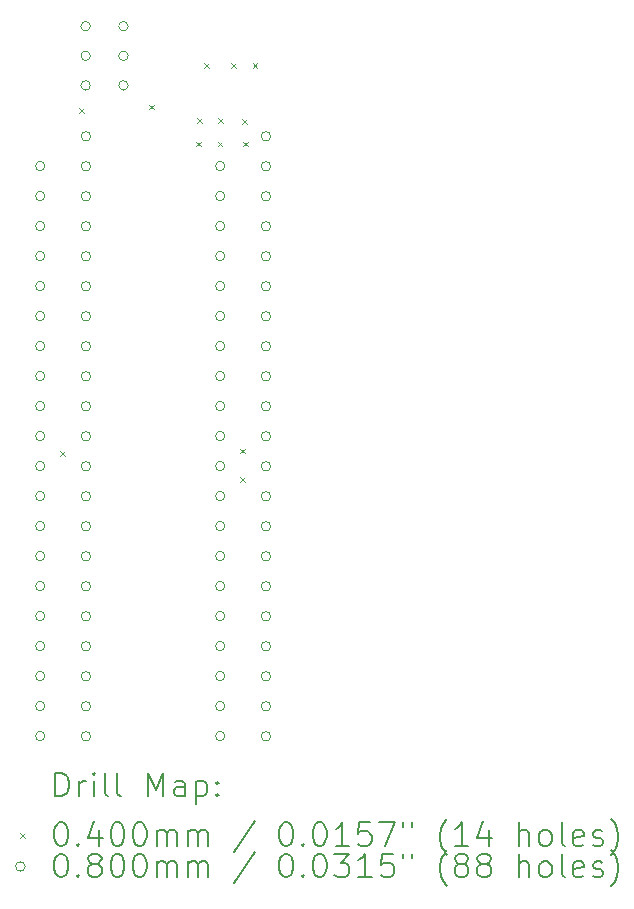
<source format=gbr>
%FSLAX45Y45*%
G04 Gerber Fmt 4.5, Leading zero omitted, Abs format (unit mm)*
G04 Created by KiCad (PCBNEW (6.0.5-0)) date 2022-06-06 13:25:31*
%MOMM*%
%LPD*%
G01*
G04 APERTURE LIST*
%ADD10C,0.200000*%
%ADD11C,0.040000*%
%ADD12C,0.080000*%
G04 APERTURE END LIST*
D10*
D11*
X13027980Y-9085900D02*
X13067980Y-9125900D01*
X13067980Y-9085900D02*
X13027980Y-9125900D01*
X13185460Y-6182680D02*
X13225460Y-6222680D01*
X13225460Y-6182680D02*
X13185460Y-6222680D01*
X13776070Y-6149660D02*
X13816070Y-6189660D01*
X13816070Y-6149660D02*
X13776070Y-6189660D01*
X14178600Y-6464620D02*
X14218600Y-6504620D01*
X14218600Y-6464620D02*
X14178600Y-6504620D01*
X14183680Y-6266500D02*
X14223680Y-6306500D01*
X14223680Y-6266500D02*
X14183680Y-6306500D01*
X14247180Y-5796600D02*
X14287180Y-5836600D01*
X14287180Y-5796600D02*
X14247180Y-5836600D01*
X14358940Y-6464620D02*
X14398940Y-6504620D01*
X14398940Y-6464620D02*
X14358940Y-6504620D01*
X14361480Y-6266500D02*
X14401480Y-6306500D01*
X14401480Y-6266500D02*
X14361480Y-6306500D01*
X14475780Y-5796600D02*
X14515780Y-5836600D01*
X14515780Y-5796600D02*
X14475780Y-5836600D01*
X14551980Y-9063040D02*
X14591980Y-9103040D01*
X14591980Y-9063040D02*
X14551980Y-9103040D01*
X14551980Y-9306880D02*
X14591980Y-9346880D01*
X14591980Y-9306880D02*
X14551980Y-9346880D01*
X14564680Y-6275330D02*
X14604680Y-6315330D01*
X14604680Y-6275330D02*
X14564680Y-6315330D01*
X14577380Y-6464620D02*
X14617380Y-6504620D01*
X14617380Y-6464620D02*
X14577380Y-6504620D01*
X14656120Y-5796600D02*
X14696120Y-5836600D01*
X14696120Y-5796600D02*
X14656120Y-5836600D01*
D12*
X12896980Y-6670540D02*
G75*
G03*
X12896980Y-6670540I-40000J0D01*
G01*
X12896980Y-6924540D02*
G75*
G03*
X12896980Y-6924540I-40000J0D01*
G01*
X12896980Y-7178540D02*
G75*
G03*
X12896980Y-7178540I-40000J0D01*
G01*
X12896980Y-7432540D02*
G75*
G03*
X12896980Y-7432540I-40000J0D01*
G01*
X12896980Y-7686540D02*
G75*
G03*
X12896980Y-7686540I-40000J0D01*
G01*
X12896980Y-7940540D02*
G75*
G03*
X12896980Y-7940540I-40000J0D01*
G01*
X12896980Y-8194540D02*
G75*
G03*
X12896980Y-8194540I-40000J0D01*
G01*
X12896980Y-8448540D02*
G75*
G03*
X12896980Y-8448540I-40000J0D01*
G01*
X12896980Y-8702540D02*
G75*
G03*
X12896980Y-8702540I-40000J0D01*
G01*
X12896980Y-8956540D02*
G75*
G03*
X12896980Y-8956540I-40000J0D01*
G01*
X12896980Y-9210540D02*
G75*
G03*
X12896980Y-9210540I-40000J0D01*
G01*
X12896980Y-9464540D02*
G75*
G03*
X12896980Y-9464540I-40000J0D01*
G01*
X12896980Y-9718540D02*
G75*
G03*
X12896980Y-9718540I-40000J0D01*
G01*
X12896980Y-9972540D02*
G75*
G03*
X12896980Y-9972540I-40000J0D01*
G01*
X12896980Y-10226540D02*
G75*
G03*
X12896980Y-10226540I-40000J0D01*
G01*
X12896980Y-10480540D02*
G75*
G03*
X12896980Y-10480540I-40000J0D01*
G01*
X12896980Y-10734540D02*
G75*
G03*
X12896980Y-10734540I-40000J0D01*
G01*
X12896980Y-10988540D02*
G75*
G03*
X12896980Y-10988540I-40000J0D01*
G01*
X12896980Y-11242540D02*
G75*
G03*
X12896980Y-11242540I-40000J0D01*
G01*
X12896980Y-11496540D02*
G75*
G03*
X12896980Y-11496540I-40000J0D01*
G01*
X13281040Y-5486950D02*
G75*
G03*
X13281040Y-5486950I-40000J0D01*
G01*
X13281040Y-5736950D02*
G75*
G03*
X13281040Y-5736950I-40000J0D01*
G01*
X13281040Y-5986950D02*
G75*
G03*
X13281040Y-5986950I-40000J0D01*
G01*
X13283560Y-6418580D02*
G75*
G03*
X13283560Y-6418580I-40000J0D01*
G01*
X13283560Y-6672580D02*
G75*
G03*
X13283560Y-6672580I-40000J0D01*
G01*
X13283560Y-6926580D02*
G75*
G03*
X13283560Y-6926580I-40000J0D01*
G01*
X13283560Y-7180580D02*
G75*
G03*
X13283560Y-7180580I-40000J0D01*
G01*
X13283560Y-7434580D02*
G75*
G03*
X13283560Y-7434580I-40000J0D01*
G01*
X13283560Y-7688580D02*
G75*
G03*
X13283560Y-7688580I-40000J0D01*
G01*
X13283560Y-7942580D02*
G75*
G03*
X13283560Y-7942580I-40000J0D01*
G01*
X13283560Y-8196580D02*
G75*
G03*
X13283560Y-8196580I-40000J0D01*
G01*
X13283560Y-8450580D02*
G75*
G03*
X13283560Y-8450580I-40000J0D01*
G01*
X13283560Y-8704580D02*
G75*
G03*
X13283560Y-8704580I-40000J0D01*
G01*
X13283560Y-8958580D02*
G75*
G03*
X13283560Y-8958580I-40000J0D01*
G01*
X13283560Y-9212580D02*
G75*
G03*
X13283560Y-9212580I-40000J0D01*
G01*
X13283560Y-9466580D02*
G75*
G03*
X13283560Y-9466580I-40000J0D01*
G01*
X13283560Y-9720580D02*
G75*
G03*
X13283560Y-9720580I-40000J0D01*
G01*
X13283560Y-9974580D02*
G75*
G03*
X13283560Y-9974580I-40000J0D01*
G01*
X13283560Y-10228580D02*
G75*
G03*
X13283560Y-10228580I-40000J0D01*
G01*
X13283560Y-10482580D02*
G75*
G03*
X13283560Y-10482580I-40000J0D01*
G01*
X13283560Y-10736580D02*
G75*
G03*
X13283560Y-10736580I-40000J0D01*
G01*
X13283560Y-10990580D02*
G75*
G03*
X13283560Y-10990580I-40000J0D01*
G01*
X13283560Y-11244580D02*
G75*
G03*
X13283560Y-11244580I-40000J0D01*
G01*
X13283560Y-11498580D02*
G75*
G03*
X13283560Y-11498580I-40000J0D01*
G01*
X13601040Y-5486950D02*
G75*
G03*
X13601040Y-5486950I-40000J0D01*
G01*
X13601040Y-5736950D02*
G75*
G03*
X13601040Y-5736950I-40000J0D01*
G01*
X13601040Y-5986950D02*
G75*
G03*
X13601040Y-5986950I-40000J0D01*
G01*
X14420980Y-6670540D02*
G75*
G03*
X14420980Y-6670540I-40000J0D01*
G01*
X14420980Y-6924540D02*
G75*
G03*
X14420980Y-6924540I-40000J0D01*
G01*
X14420980Y-7178540D02*
G75*
G03*
X14420980Y-7178540I-40000J0D01*
G01*
X14420980Y-7432540D02*
G75*
G03*
X14420980Y-7432540I-40000J0D01*
G01*
X14420980Y-7686540D02*
G75*
G03*
X14420980Y-7686540I-40000J0D01*
G01*
X14420980Y-7940540D02*
G75*
G03*
X14420980Y-7940540I-40000J0D01*
G01*
X14420980Y-8194540D02*
G75*
G03*
X14420980Y-8194540I-40000J0D01*
G01*
X14420980Y-8448540D02*
G75*
G03*
X14420980Y-8448540I-40000J0D01*
G01*
X14420980Y-8702540D02*
G75*
G03*
X14420980Y-8702540I-40000J0D01*
G01*
X14420980Y-8956540D02*
G75*
G03*
X14420980Y-8956540I-40000J0D01*
G01*
X14420980Y-9210540D02*
G75*
G03*
X14420980Y-9210540I-40000J0D01*
G01*
X14420980Y-9464540D02*
G75*
G03*
X14420980Y-9464540I-40000J0D01*
G01*
X14420980Y-9718540D02*
G75*
G03*
X14420980Y-9718540I-40000J0D01*
G01*
X14420980Y-9972540D02*
G75*
G03*
X14420980Y-9972540I-40000J0D01*
G01*
X14420980Y-10226540D02*
G75*
G03*
X14420980Y-10226540I-40000J0D01*
G01*
X14420980Y-10480540D02*
G75*
G03*
X14420980Y-10480540I-40000J0D01*
G01*
X14420980Y-10734540D02*
G75*
G03*
X14420980Y-10734540I-40000J0D01*
G01*
X14420980Y-10988540D02*
G75*
G03*
X14420980Y-10988540I-40000J0D01*
G01*
X14420980Y-11242540D02*
G75*
G03*
X14420980Y-11242540I-40000J0D01*
G01*
X14420980Y-11496540D02*
G75*
G03*
X14420980Y-11496540I-40000J0D01*
G01*
X14807560Y-6418580D02*
G75*
G03*
X14807560Y-6418580I-40000J0D01*
G01*
X14807560Y-6672580D02*
G75*
G03*
X14807560Y-6672580I-40000J0D01*
G01*
X14807560Y-6926580D02*
G75*
G03*
X14807560Y-6926580I-40000J0D01*
G01*
X14807560Y-7180580D02*
G75*
G03*
X14807560Y-7180580I-40000J0D01*
G01*
X14807560Y-7434580D02*
G75*
G03*
X14807560Y-7434580I-40000J0D01*
G01*
X14807560Y-7688580D02*
G75*
G03*
X14807560Y-7688580I-40000J0D01*
G01*
X14807560Y-7942580D02*
G75*
G03*
X14807560Y-7942580I-40000J0D01*
G01*
X14807560Y-8196580D02*
G75*
G03*
X14807560Y-8196580I-40000J0D01*
G01*
X14807560Y-8450580D02*
G75*
G03*
X14807560Y-8450580I-40000J0D01*
G01*
X14807560Y-8704580D02*
G75*
G03*
X14807560Y-8704580I-40000J0D01*
G01*
X14807560Y-8958580D02*
G75*
G03*
X14807560Y-8958580I-40000J0D01*
G01*
X14807560Y-9212580D02*
G75*
G03*
X14807560Y-9212580I-40000J0D01*
G01*
X14807560Y-9466580D02*
G75*
G03*
X14807560Y-9466580I-40000J0D01*
G01*
X14807560Y-9720580D02*
G75*
G03*
X14807560Y-9720580I-40000J0D01*
G01*
X14807560Y-9974580D02*
G75*
G03*
X14807560Y-9974580I-40000J0D01*
G01*
X14807560Y-10228580D02*
G75*
G03*
X14807560Y-10228580I-40000J0D01*
G01*
X14807560Y-10482580D02*
G75*
G03*
X14807560Y-10482580I-40000J0D01*
G01*
X14807560Y-10736580D02*
G75*
G03*
X14807560Y-10736580I-40000J0D01*
G01*
X14807560Y-10990580D02*
G75*
G03*
X14807560Y-10990580I-40000J0D01*
G01*
X14807560Y-11244580D02*
G75*
G03*
X14807560Y-11244580I-40000J0D01*
G01*
X14807560Y-11498580D02*
G75*
G03*
X14807560Y-11498580I-40000J0D01*
G01*
D10*
X12985679Y-12007056D02*
X12985679Y-11807056D01*
X13033298Y-11807056D01*
X13061869Y-11816580D01*
X13080917Y-11835628D01*
X13090441Y-11854675D01*
X13099965Y-11892770D01*
X13099965Y-11921342D01*
X13090441Y-11959437D01*
X13080917Y-11978485D01*
X13061869Y-11997532D01*
X13033298Y-12007056D01*
X12985679Y-12007056D01*
X13185679Y-12007056D02*
X13185679Y-11873723D01*
X13185679Y-11911818D02*
X13195203Y-11892770D01*
X13204727Y-11883247D01*
X13223774Y-11873723D01*
X13242822Y-11873723D01*
X13309488Y-12007056D02*
X13309488Y-11873723D01*
X13309488Y-11807056D02*
X13299965Y-11816580D01*
X13309488Y-11826104D01*
X13319012Y-11816580D01*
X13309488Y-11807056D01*
X13309488Y-11826104D01*
X13433298Y-12007056D02*
X13414250Y-11997532D01*
X13404727Y-11978485D01*
X13404727Y-11807056D01*
X13538060Y-12007056D02*
X13519012Y-11997532D01*
X13509488Y-11978485D01*
X13509488Y-11807056D01*
X13766631Y-12007056D02*
X13766631Y-11807056D01*
X13833298Y-11949913D01*
X13899965Y-11807056D01*
X13899965Y-12007056D01*
X14080917Y-12007056D02*
X14080917Y-11902294D01*
X14071393Y-11883247D01*
X14052346Y-11873723D01*
X14014250Y-11873723D01*
X13995203Y-11883247D01*
X14080917Y-11997532D02*
X14061869Y-12007056D01*
X14014250Y-12007056D01*
X13995203Y-11997532D01*
X13985679Y-11978485D01*
X13985679Y-11959437D01*
X13995203Y-11940389D01*
X14014250Y-11930866D01*
X14061869Y-11930866D01*
X14080917Y-11921342D01*
X14176155Y-11873723D02*
X14176155Y-12073723D01*
X14176155Y-11883247D02*
X14195203Y-11873723D01*
X14233298Y-11873723D01*
X14252346Y-11883247D01*
X14261869Y-11892770D01*
X14271393Y-11911818D01*
X14271393Y-11968961D01*
X14261869Y-11988008D01*
X14252346Y-11997532D01*
X14233298Y-12007056D01*
X14195203Y-12007056D01*
X14176155Y-11997532D01*
X14357108Y-11988008D02*
X14366631Y-11997532D01*
X14357108Y-12007056D01*
X14347584Y-11997532D01*
X14357108Y-11988008D01*
X14357108Y-12007056D01*
X14357108Y-11883247D02*
X14366631Y-11892770D01*
X14357108Y-11902294D01*
X14347584Y-11892770D01*
X14357108Y-11883247D01*
X14357108Y-11902294D01*
D11*
X12688060Y-12316580D02*
X12728060Y-12356580D01*
X12728060Y-12316580D02*
X12688060Y-12356580D01*
D10*
X13023774Y-12227056D02*
X13042822Y-12227056D01*
X13061869Y-12236580D01*
X13071393Y-12246104D01*
X13080917Y-12265151D01*
X13090441Y-12303247D01*
X13090441Y-12350866D01*
X13080917Y-12388961D01*
X13071393Y-12408008D01*
X13061869Y-12417532D01*
X13042822Y-12427056D01*
X13023774Y-12427056D01*
X13004727Y-12417532D01*
X12995203Y-12408008D01*
X12985679Y-12388961D01*
X12976155Y-12350866D01*
X12976155Y-12303247D01*
X12985679Y-12265151D01*
X12995203Y-12246104D01*
X13004727Y-12236580D01*
X13023774Y-12227056D01*
X13176155Y-12408008D02*
X13185679Y-12417532D01*
X13176155Y-12427056D01*
X13166631Y-12417532D01*
X13176155Y-12408008D01*
X13176155Y-12427056D01*
X13357108Y-12293723D02*
X13357108Y-12427056D01*
X13309488Y-12217532D02*
X13261869Y-12360389D01*
X13385679Y-12360389D01*
X13499965Y-12227056D02*
X13519012Y-12227056D01*
X13538060Y-12236580D01*
X13547584Y-12246104D01*
X13557108Y-12265151D01*
X13566631Y-12303247D01*
X13566631Y-12350866D01*
X13557108Y-12388961D01*
X13547584Y-12408008D01*
X13538060Y-12417532D01*
X13519012Y-12427056D01*
X13499965Y-12427056D01*
X13480917Y-12417532D01*
X13471393Y-12408008D01*
X13461869Y-12388961D01*
X13452346Y-12350866D01*
X13452346Y-12303247D01*
X13461869Y-12265151D01*
X13471393Y-12246104D01*
X13480917Y-12236580D01*
X13499965Y-12227056D01*
X13690441Y-12227056D02*
X13709488Y-12227056D01*
X13728536Y-12236580D01*
X13738060Y-12246104D01*
X13747584Y-12265151D01*
X13757108Y-12303247D01*
X13757108Y-12350866D01*
X13747584Y-12388961D01*
X13738060Y-12408008D01*
X13728536Y-12417532D01*
X13709488Y-12427056D01*
X13690441Y-12427056D01*
X13671393Y-12417532D01*
X13661869Y-12408008D01*
X13652346Y-12388961D01*
X13642822Y-12350866D01*
X13642822Y-12303247D01*
X13652346Y-12265151D01*
X13661869Y-12246104D01*
X13671393Y-12236580D01*
X13690441Y-12227056D01*
X13842822Y-12427056D02*
X13842822Y-12293723D01*
X13842822Y-12312770D02*
X13852346Y-12303247D01*
X13871393Y-12293723D01*
X13899965Y-12293723D01*
X13919012Y-12303247D01*
X13928536Y-12322294D01*
X13928536Y-12427056D01*
X13928536Y-12322294D02*
X13938060Y-12303247D01*
X13957108Y-12293723D01*
X13985679Y-12293723D01*
X14004727Y-12303247D01*
X14014250Y-12322294D01*
X14014250Y-12427056D01*
X14109488Y-12427056D02*
X14109488Y-12293723D01*
X14109488Y-12312770D02*
X14119012Y-12303247D01*
X14138060Y-12293723D01*
X14166631Y-12293723D01*
X14185679Y-12303247D01*
X14195203Y-12322294D01*
X14195203Y-12427056D01*
X14195203Y-12322294D02*
X14204727Y-12303247D01*
X14223774Y-12293723D01*
X14252346Y-12293723D01*
X14271393Y-12303247D01*
X14280917Y-12322294D01*
X14280917Y-12427056D01*
X14671393Y-12217532D02*
X14499965Y-12474675D01*
X14928536Y-12227056D02*
X14947584Y-12227056D01*
X14966631Y-12236580D01*
X14976155Y-12246104D01*
X14985679Y-12265151D01*
X14995203Y-12303247D01*
X14995203Y-12350866D01*
X14985679Y-12388961D01*
X14976155Y-12408008D01*
X14966631Y-12417532D01*
X14947584Y-12427056D01*
X14928536Y-12427056D01*
X14909488Y-12417532D01*
X14899965Y-12408008D01*
X14890441Y-12388961D01*
X14880917Y-12350866D01*
X14880917Y-12303247D01*
X14890441Y-12265151D01*
X14899965Y-12246104D01*
X14909488Y-12236580D01*
X14928536Y-12227056D01*
X15080917Y-12408008D02*
X15090441Y-12417532D01*
X15080917Y-12427056D01*
X15071393Y-12417532D01*
X15080917Y-12408008D01*
X15080917Y-12427056D01*
X15214250Y-12227056D02*
X15233298Y-12227056D01*
X15252346Y-12236580D01*
X15261869Y-12246104D01*
X15271393Y-12265151D01*
X15280917Y-12303247D01*
X15280917Y-12350866D01*
X15271393Y-12388961D01*
X15261869Y-12408008D01*
X15252346Y-12417532D01*
X15233298Y-12427056D01*
X15214250Y-12427056D01*
X15195203Y-12417532D01*
X15185679Y-12408008D01*
X15176155Y-12388961D01*
X15166631Y-12350866D01*
X15166631Y-12303247D01*
X15176155Y-12265151D01*
X15185679Y-12246104D01*
X15195203Y-12236580D01*
X15214250Y-12227056D01*
X15471393Y-12427056D02*
X15357108Y-12427056D01*
X15414250Y-12427056D02*
X15414250Y-12227056D01*
X15395203Y-12255628D01*
X15376155Y-12274675D01*
X15357108Y-12284199D01*
X15652346Y-12227056D02*
X15557108Y-12227056D01*
X15547584Y-12322294D01*
X15557108Y-12312770D01*
X15576155Y-12303247D01*
X15623774Y-12303247D01*
X15642822Y-12312770D01*
X15652346Y-12322294D01*
X15661869Y-12341342D01*
X15661869Y-12388961D01*
X15652346Y-12408008D01*
X15642822Y-12417532D01*
X15623774Y-12427056D01*
X15576155Y-12427056D01*
X15557108Y-12417532D01*
X15547584Y-12408008D01*
X15728536Y-12227056D02*
X15861869Y-12227056D01*
X15776155Y-12427056D01*
X15928536Y-12227056D02*
X15928536Y-12265151D01*
X16004727Y-12227056D02*
X16004727Y-12265151D01*
X16299965Y-12503247D02*
X16290441Y-12493723D01*
X16271393Y-12465151D01*
X16261869Y-12446104D01*
X16252346Y-12417532D01*
X16242822Y-12369913D01*
X16242822Y-12331818D01*
X16252346Y-12284199D01*
X16261869Y-12255628D01*
X16271393Y-12236580D01*
X16290441Y-12208008D01*
X16299965Y-12198485D01*
X16480917Y-12427056D02*
X16366631Y-12427056D01*
X16423774Y-12427056D02*
X16423774Y-12227056D01*
X16404727Y-12255628D01*
X16385679Y-12274675D01*
X16366631Y-12284199D01*
X16652346Y-12293723D02*
X16652346Y-12427056D01*
X16604727Y-12217532D02*
X16557108Y-12360389D01*
X16680917Y-12360389D01*
X16909489Y-12427056D02*
X16909489Y-12227056D01*
X16995203Y-12427056D02*
X16995203Y-12322294D01*
X16985679Y-12303247D01*
X16966631Y-12293723D01*
X16938060Y-12293723D01*
X16919012Y-12303247D01*
X16909489Y-12312770D01*
X17119012Y-12427056D02*
X17099965Y-12417532D01*
X17090441Y-12408008D01*
X17080917Y-12388961D01*
X17080917Y-12331818D01*
X17090441Y-12312770D01*
X17099965Y-12303247D01*
X17119012Y-12293723D01*
X17147584Y-12293723D01*
X17166631Y-12303247D01*
X17176155Y-12312770D01*
X17185679Y-12331818D01*
X17185679Y-12388961D01*
X17176155Y-12408008D01*
X17166631Y-12417532D01*
X17147584Y-12427056D01*
X17119012Y-12427056D01*
X17299965Y-12427056D02*
X17280917Y-12417532D01*
X17271393Y-12398485D01*
X17271393Y-12227056D01*
X17452346Y-12417532D02*
X17433298Y-12427056D01*
X17395203Y-12427056D01*
X17376155Y-12417532D01*
X17366631Y-12398485D01*
X17366631Y-12322294D01*
X17376155Y-12303247D01*
X17395203Y-12293723D01*
X17433298Y-12293723D01*
X17452346Y-12303247D01*
X17461870Y-12322294D01*
X17461870Y-12341342D01*
X17366631Y-12360389D01*
X17538060Y-12417532D02*
X17557108Y-12427056D01*
X17595203Y-12427056D01*
X17614250Y-12417532D01*
X17623774Y-12398485D01*
X17623774Y-12388961D01*
X17614250Y-12369913D01*
X17595203Y-12360389D01*
X17566631Y-12360389D01*
X17547584Y-12350866D01*
X17538060Y-12331818D01*
X17538060Y-12322294D01*
X17547584Y-12303247D01*
X17566631Y-12293723D01*
X17595203Y-12293723D01*
X17614250Y-12303247D01*
X17690441Y-12503247D02*
X17699965Y-12493723D01*
X17719012Y-12465151D01*
X17728536Y-12446104D01*
X17738060Y-12417532D01*
X17747584Y-12369913D01*
X17747584Y-12331818D01*
X17738060Y-12284199D01*
X17728536Y-12255628D01*
X17719012Y-12236580D01*
X17699965Y-12208008D01*
X17690441Y-12198485D01*
D12*
X12728060Y-12600580D02*
G75*
G03*
X12728060Y-12600580I-40000J0D01*
G01*
D10*
X13023774Y-12491056D02*
X13042822Y-12491056D01*
X13061869Y-12500580D01*
X13071393Y-12510104D01*
X13080917Y-12529151D01*
X13090441Y-12567247D01*
X13090441Y-12614866D01*
X13080917Y-12652961D01*
X13071393Y-12672008D01*
X13061869Y-12681532D01*
X13042822Y-12691056D01*
X13023774Y-12691056D01*
X13004727Y-12681532D01*
X12995203Y-12672008D01*
X12985679Y-12652961D01*
X12976155Y-12614866D01*
X12976155Y-12567247D01*
X12985679Y-12529151D01*
X12995203Y-12510104D01*
X13004727Y-12500580D01*
X13023774Y-12491056D01*
X13176155Y-12672008D02*
X13185679Y-12681532D01*
X13176155Y-12691056D01*
X13166631Y-12681532D01*
X13176155Y-12672008D01*
X13176155Y-12691056D01*
X13299965Y-12576770D02*
X13280917Y-12567247D01*
X13271393Y-12557723D01*
X13261869Y-12538675D01*
X13261869Y-12529151D01*
X13271393Y-12510104D01*
X13280917Y-12500580D01*
X13299965Y-12491056D01*
X13338060Y-12491056D01*
X13357108Y-12500580D01*
X13366631Y-12510104D01*
X13376155Y-12529151D01*
X13376155Y-12538675D01*
X13366631Y-12557723D01*
X13357108Y-12567247D01*
X13338060Y-12576770D01*
X13299965Y-12576770D01*
X13280917Y-12586294D01*
X13271393Y-12595818D01*
X13261869Y-12614866D01*
X13261869Y-12652961D01*
X13271393Y-12672008D01*
X13280917Y-12681532D01*
X13299965Y-12691056D01*
X13338060Y-12691056D01*
X13357108Y-12681532D01*
X13366631Y-12672008D01*
X13376155Y-12652961D01*
X13376155Y-12614866D01*
X13366631Y-12595818D01*
X13357108Y-12586294D01*
X13338060Y-12576770D01*
X13499965Y-12491056D02*
X13519012Y-12491056D01*
X13538060Y-12500580D01*
X13547584Y-12510104D01*
X13557108Y-12529151D01*
X13566631Y-12567247D01*
X13566631Y-12614866D01*
X13557108Y-12652961D01*
X13547584Y-12672008D01*
X13538060Y-12681532D01*
X13519012Y-12691056D01*
X13499965Y-12691056D01*
X13480917Y-12681532D01*
X13471393Y-12672008D01*
X13461869Y-12652961D01*
X13452346Y-12614866D01*
X13452346Y-12567247D01*
X13461869Y-12529151D01*
X13471393Y-12510104D01*
X13480917Y-12500580D01*
X13499965Y-12491056D01*
X13690441Y-12491056D02*
X13709488Y-12491056D01*
X13728536Y-12500580D01*
X13738060Y-12510104D01*
X13747584Y-12529151D01*
X13757108Y-12567247D01*
X13757108Y-12614866D01*
X13747584Y-12652961D01*
X13738060Y-12672008D01*
X13728536Y-12681532D01*
X13709488Y-12691056D01*
X13690441Y-12691056D01*
X13671393Y-12681532D01*
X13661869Y-12672008D01*
X13652346Y-12652961D01*
X13642822Y-12614866D01*
X13642822Y-12567247D01*
X13652346Y-12529151D01*
X13661869Y-12510104D01*
X13671393Y-12500580D01*
X13690441Y-12491056D01*
X13842822Y-12691056D02*
X13842822Y-12557723D01*
X13842822Y-12576770D02*
X13852346Y-12567247D01*
X13871393Y-12557723D01*
X13899965Y-12557723D01*
X13919012Y-12567247D01*
X13928536Y-12586294D01*
X13928536Y-12691056D01*
X13928536Y-12586294D02*
X13938060Y-12567247D01*
X13957108Y-12557723D01*
X13985679Y-12557723D01*
X14004727Y-12567247D01*
X14014250Y-12586294D01*
X14014250Y-12691056D01*
X14109488Y-12691056D02*
X14109488Y-12557723D01*
X14109488Y-12576770D02*
X14119012Y-12567247D01*
X14138060Y-12557723D01*
X14166631Y-12557723D01*
X14185679Y-12567247D01*
X14195203Y-12586294D01*
X14195203Y-12691056D01*
X14195203Y-12586294D02*
X14204727Y-12567247D01*
X14223774Y-12557723D01*
X14252346Y-12557723D01*
X14271393Y-12567247D01*
X14280917Y-12586294D01*
X14280917Y-12691056D01*
X14671393Y-12481532D02*
X14499965Y-12738675D01*
X14928536Y-12491056D02*
X14947584Y-12491056D01*
X14966631Y-12500580D01*
X14976155Y-12510104D01*
X14985679Y-12529151D01*
X14995203Y-12567247D01*
X14995203Y-12614866D01*
X14985679Y-12652961D01*
X14976155Y-12672008D01*
X14966631Y-12681532D01*
X14947584Y-12691056D01*
X14928536Y-12691056D01*
X14909488Y-12681532D01*
X14899965Y-12672008D01*
X14890441Y-12652961D01*
X14880917Y-12614866D01*
X14880917Y-12567247D01*
X14890441Y-12529151D01*
X14899965Y-12510104D01*
X14909488Y-12500580D01*
X14928536Y-12491056D01*
X15080917Y-12672008D02*
X15090441Y-12681532D01*
X15080917Y-12691056D01*
X15071393Y-12681532D01*
X15080917Y-12672008D01*
X15080917Y-12691056D01*
X15214250Y-12491056D02*
X15233298Y-12491056D01*
X15252346Y-12500580D01*
X15261869Y-12510104D01*
X15271393Y-12529151D01*
X15280917Y-12567247D01*
X15280917Y-12614866D01*
X15271393Y-12652961D01*
X15261869Y-12672008D01*
X15252346Y-12681532D01*
X15233298Y-12691056D01*
X15214250Y-12691056D01*
X15195203Y-12681532D01*
X15185679Y-12672008D01*
X15176155Y-12652961D01*
X15166631Y-12614866D01*
X15166631Y-12567247D01*
X15176155Y-12529151D01*
X15185679Y-12510104D01*
X15195203Y-12500580D01*
X15214250Y-12491056D01*
X15347584Y-12491056D02*
X15471393Y-12491056D01*
X15404727Y-12567247D01*
X15433298Y-12567247D01*
X15452346Y-12576770D01*
X15461869Y-12586294D01*
X15471393Y-12605342D01*
X15471393Y-12652961D01*
X15461869Y-12672008D01*
X15452346Y-12681532D01*
X15433298Y-12691056D01*
X15376155Y-12691056D01*
X15357108Y-12681532D01*
X15347584Y-12672008D01*
X15661869Y-12691056D02*
X15547584Y-12691056D01*
X15604727Y-12691056D02*
X15604727Y-12491056D01*
X15585679Y-12519628D01*
X15566631Y-12538675D01*
X15547584Y-12548199D01*
X15842822Y-12491056D02*
X15747584Y-12491056D01*
X15738060Y-12586294D01*
X15747584Y-12576770D01*
X15766631Y-12567247D01*
X15814250Y-12567247D01*
X15833298Y-12576770D01*
X15842822Y-12586294D01*
X15852346Y-12605342D01*
X15852346Y-12652961D01*
X15842822Y-12672008D01*
X15833298Y-12681532D01*
X15814250Y-12691056D01*
X15766631Y-12691056D01*
X15747584Y-12681532D01*
X15738060Y-12672008D01*
X15928536Y-12491056D02*
X15928536Y-12529151D01*
X16004727Y-12491056D02*
X16004727Y-12529151D01*
X16299965Y-12767247D02*
X16290441Y-12757723D01*
X16271393Y-12729151D01*
X16261869Y-12710104D01*
X16252346Y-12681532D01*
X16242822Y-12633913D01*
X16242822Y-12595818D01*
X16252346Y-12548199D01*
X16261869Y-12519628D01*
X16271393Y-12500580D01*
X16290441Y-12472008D01*
X16299965Y-12462485D01*
X16404727Y-12576770D02*
X16385679Y-12567247D01*
X16376155Y-12557723D01*
X16366631Y-12538675D01*
X16366631Y-12529151D01*
X16376155Y-12510104D01*
X16385679Y-12500580D01*
X16404727Y-12491056D01*
X16442822Y-12491056D01*
X16461869Y-12500580D01*
X16471393Y-12510104D01*
X16480917Y-12529151D01*
X16480917Y-12538675D01*
X16471393Y-12557723D01*
X16461869Y-12567247D01*
X16442822Y-12576770D01*
X16404727Y-12576770D01*
X16385679Y-12586294D01*
X16376155Y-12595818D01*
X16366631Y-12614866D01*
X16366631Y-12652961D01*
X16376155Y-12672008D01*
X16385679Y-12681532D01*
X16404727Y-12691056D01*
X16442822Y-12691056D01*
X16461869Y-12681532D01*
X16471393Y-12672008D01*
X16480917Y-12652961D01*
X16480917Y-12614866D01*
X16471393Y-12595818D01*
X16461869Y-12586294D01*
X16442822Y-12576770D01*
X16595203Y-12576770D02*
X16576155Y-12567247D01*
X16566631Y-12557723D01*
X16557108Y-12538675D01*
X16557108Y-12529151D01*
X16566631Y-12510104D01*
X16576155Y-12500580D01*
X16595203Y-12491056D01*
X16633298Y-12491056D01*
X16652346Y-12500580D01*
X16661869Y-12510104D01*
X16671393Y-12529151D01*
X16671393Y-12538675D01*
X16661869Y-12557723D01*
X16652346Y-12567247D01*
X16633298Y-12576770D01*
X16595203Y-12576770D01*
X16576155Y-12586294D01*
X16566631Y-12595818D01*
X16557108Y-12614866D01*
X16557108Y-12652961D01*
X16566631Y-12672008D01*
X16576155Y-12681532D01*
X16595203Y-12691056D01*
X16633298Y-12691056D01*
X16652346Y-12681532D01*
X16661869Y-12672008D01*
X16671393Y-12652961D01*
X16671393Y-12614866D01*
X16661869Y-12595818D01*
X16652346Y-12586294D01*
X16633298Y-12576770D01*
X16909489Y-12691056D02*
X16909489Y-12491056D01*
X16995203Y-12691056D02*
X16995203Y-12586294D01*
X16985679Y-12567247D01*
X16966631Y-12557723D01*
X16938060Y-12557723D01*
X16919012Y-12567247D01*
X16909489Y-12576770D01*
X17119012Y-12691056D02*
X17099965Y-12681532D01*
X17090441Y-12672008D01*
X17080917Y-12652961D01*
X17080917Y-12595818D01*
X17090441Y-12576770D01*
X17099965Y-12567247D01*
X17119012Y-12557723D01*
X17147584Y-12557723D01*
X17166631Y-12567247D01*
X17176155Y-12576770D01*
X17185679Y-12595818D01*
X17185679Y-12652961D01*
X17176155Y-12672008D01*
X17166631Y-12681532D01*
X17147584Y-12691056D01*
X17119012Y-12691056D01*
X17299965Y-12691056D02*
X17280917Y-12681532D01*
X17271393Y-12662485D01*
X17271393Y-12491056D01*
X17452346Y-12681532D02*
X17433298Y-12691056D01*
X17395203Y-12691056D01*
X17376155Y-12681532D01*
X17366631Y-12662485D01*
X17366631Y-12586294D01*
X17376155Y-12567247D01*
X17395203Y-12557723D01*
X17433298Y-12557723D01*
X17452346Y-12567247D01*
X17461870Y-12586294D01*
X17461870Y-12605342D01*
X17366631Y-12624389D01*
X17538060Y-12681532D02*
X17557108Y-12691056D01*
X17595203Y-12691056D01*
X17614250Y-12681532D01*
X17623774Y-12662485D01*
X17623774Y-12652961D01*
X17614250Y-12633913D01*
X17595203Y-12624389D01*
X17566631Y-12624389D01*
X17547584Y-12614866D01*
X17538060Y-12595818D01*
X17538060Y-12586294D01*
X17547584Y-12567247D01*
X17566631Y-12557723D01*
X17595203Y-12557723D01*
X17614250Y-12567247D01*
X17690441Y-12767247D02*
X17699965Y-12757723D01*
X17719012Y-12729151D01*
X17728536Y-12710104D01*
X17738060Y-12681532D01*
X17747584Y-12633913D01*
X17747584Y-12595818D01*
X17738060Y-12548199D01*
X17728536Y-12519628D01*
X17719012Y-12500580D01*
X17699965Y-12472008D01*
X17690441Y-12462485D01*
M02*

</source>
